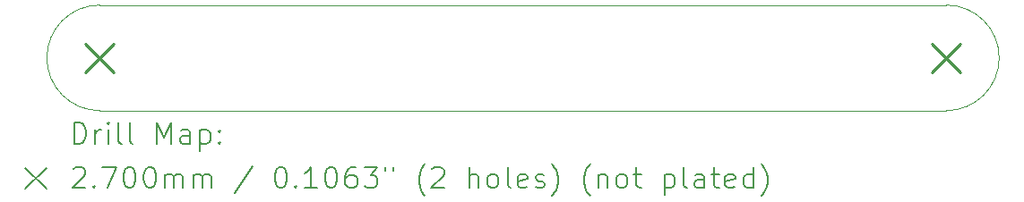
<source format=gbr>
%TF.GenerationSoftware,KiCad,Pcbnew,8.0.6*%
%TF.CreationDate,2025-04-03T21:43:30+02:00*%
%TF.ProjectId,UV-LEDs,55562d4c-4544-4732-9e6b-696361645f70,v1.0*%
%TF.SameCoordinates,Original*%
%TF.FileFunction,Drillmap*%
%TF.FilePolarity,Positive*%
%FSLAX45Y45*%
G04 Gerber Fmt 4.5, Leading zero omitted, Abs format (unit mm)*
G04 Created by KiCad (PCBNEW 8.0.6) date 2025-04-03 21:43:30*
%MOMM*%
%LPD*%
G01*
G04 APERTURE LIST*
%ADD10C,0.050000*%
%ADD11C,0.200000*%
%ADD12C,0.270000*%
G04 APERTURE END LIST*
D10*
X10500000Y-9900000D02*
X18500000Y-9900000D01*
X18500000Y-9900000D02*
G75*
G02*
X18500000Y-10900000I0J-500000D01*
G01*
X10500000Y-10900000D02*
G75*
G02*
X10500000Y-9900000I0J500000D01*
G01*
X18500000Y-10900000D02*
X10500000Y-10900000D01*
D11*
D12*
X10365000Y-10265000D02*
X10635000Y-10535000D01*
X10635000Y-10265000D02*
X10365000Y-10535000D01*
X18365000Y-10265000D02*
X18635000Y-10535000D01*
X18635000Y-10265000D02*
X18365000Y-10535000D01*
D11*
X10258277Y-11213984D02*
X10258277Y-11013984D01*
X10258277Y-11013984D02*
X10305896Y-11013984D01*
X10305896Y-11013984D02*
X10334467Y-11023508D01*
X10334467Y-11023508D02*
X10353515Y-11042555D01*
X10353515Y-11042555D02*
X10363039Y-11061603D01*
X10363039Y-11061603D02*
X10372563Y-11099698D01*
X10372563Y-11099698D02*
X10372563Y-11128270D01*
X10372563Y-11128270D02*
X10363039Y-11166365D01*
X10363039Y-11166365D02*
X10353515Y-11185412D01*
X10353515Y-11185412D02*
X10334467Y-11204460D01*
X10334467Y-11204460D02*
X10305896Y-11213984D01*
X10305896Y-11213984D02*
X10258277Y-11213984D01*
X10458277Y-11213984D02*
X10458277Y-11080650D01*
X10458277Y-11118746D02*
X10467801Y-11099698D01*
X10467801Y-11099698D02*
X10477324Y-11090174D01*
X10477324Y-11090174D02*
X10496372Y-11080650D01*
X10496372Y-11080650D02*
X10515420Y-11080650D01*
X10582086Y-11213984D02*
X10582086Y-11080650D01*
X10582086Y-11013984D02*
X10572563Y-11023508D01*
X10572563Y-11023508D02*
X10582086Y-11033031D01*
X10582086Y-11033031D02*
X10591610Y-11023508D01*
X10591610Y-11023508D02*
X10582086Y-11013984D01*
X10582086Y-11013984D02*
X10582086Y-11033031D01*
X10705896Y-11213984D02*
X10686848Y-11204460D01*
X10686848Y-11204460D02*
X10677324Y-11185412D01*
X10677324Y-11185412D02*
X10677324Y-11013984D01*
X10810658Y-11213984D02*
X10791610Y-11204460D01*
X10791610Y-11204460D02*
X10782086Y-11185412D01*
X10782086Y-11185412D02*
X10782086Y-11013984D01*
X11039229Y-11213984D02*
X11039229Y-11013984D01*
X11039229Y-11013984D02*
X11105896Y-11156841D01*
X11105896Y-11156841D02*
X11172563Y-11013984D01*
X11172563Y-11013984D02*
X11172563Y-11213984D01*
X11353515Y-11213984D02*
X11353515Y-11109222D01*
X11353515Y-11109222D02*
X11343991Y-11090174D01*
X11343991Y-11090174D02*
X11324943Y-11080650D01*
X11324943Y-11080650D02*
X11286848Y-11080650D01*
X11286848Y-11080650D02*
X11267801Y-11090174D01*
X11353515Y-11204460D02*
X11334467Y-11213984D01*
X11334467Y-11213984D02*
X11286848Y-11213984D01*
X11286848Y-11213984D02*
X11267801Y-11204460D01*
X11267801Y-11204460D02*
X11258277Y-11185412D01*
X11258277Y-11185412D02*
X11258277Y-11166365D01*
X11258277Y-11166365D02*
X11267801Y-11147317D01*
X11267801Y-11147317D02*
X11286848Y-11137793D01*
X11286848Y-11137793D02*
X11334467Y-11137793D01*
X11334467Y-11137793D02*
X11353515Y-11128270D01*
X11448753Y-11080650D02*
X11448753Y-11280650D01*
X11448753Y-11090174D02*
X11467801Y-11080650D01*
X11467801Y-11080650D02*
X11505896Y-11080650D01*
X11505896Y-11080650D02*
X11524943Y-11090174D01*
X11524943Y-11090174D02*
X11534467Y-11099698D01*
X11534467Y-11099698D02*
X11543991Y-11118746D01*
X11543991Y-11118746D02*
X11543991Y-11175889D01*
X11543991Y-11175889D02*
X11534467Y-11194936D01*
X11534467Y-11194936D02*
X11524943Y-11204460D01*
X11524943Y-11204460D02*
X11505896Y-11213984D01*
X11505896Y-11213984D02*
X11467801Y-11213984D01*
X11467801Y-11213984D02*
X11448753Y-11204460D01*
X11629705Y-11194936D02*
X11639229Y-11204460D01*
X11639229Y-11204460D02*
X11629705Y-11213984D01*
X11629705Y-11213984D02*
X11620182Y-11204460D01*
X11620182Y-11204460D02*
X11629705Y-11194936D01*
X11629705Y-11194936D02*
X11629705Y-11213984D01*
X11629705Y-11090174D02*
X11639229Y-11099698D01*
X11639229Y-11099698D02*
X11629705Y-11109222D01*
X11629705Y-11109222D02*
X11620182Y-11099698D01*
X11620182Y-11099698D02*
X11629705Y-11090174D01*
X11629705Y-11090174D02*
X11629705Y-11109222D01*
X9797500Y-11442500D02*
X9997500Y-11642500D01*
X9997500Y-11442500D02*
X9797500Y-11642500D01*
X10248753Y-11453031D02*
X10258277Y-11443508D01*
X10258277Y-11443508D02*
X10277324Y-11433984D01*
X10277324Y-11433984D02*
X10324944Y-11433984D01*
X10324944Y-11433984D02*
X10343991Y-11443508D01*
X10343991Y-11443508D02*
X10353515Y-11453031D01*
X10353515Y-11453031D02*
X10363039Y-11472079D01*
X10363039Y-11472079D02*
X10363039Y-11491127D01*
X10363039Y-11491127D02*
X10353515Y-11519698D01*
X10353515Y-11519698D02*
X10239229Y-11633984D01*
X10239229Y-11633984D02*
X10363039Y-11633984D01*
X10448753Y-11614936D02*
X10458277Y-11624460D01*
X10458277Y-11624460D02*
X10448753Y-11633984D01*
X10448753Y-11633984D02*
X10439229Y-11624460D01*
X10439229Y-11624460D02*
X10448753Y-11614936D01*
X10448753Y-11614936D02*
X10448753Y-11633984D01*
X10524944Y-11433984D02*
X10658277Y-11433984D01*
X10658277Y-11433984D02*
X10572563Y-11633984D01*
X10772563Y-11433984D02*
X10791610Y-11433984D01*
X10791610Y-11433984D02*
X10810658Y-11443508D01*
X10810658Y-11443508D02*
X10820182Y-11453031D01*
X10820182Y-11453031D02*
X10829705Y-11472079D01*
X10829705Y-11472079D02*
X10839229Y-11510174D01*
X10839229Y-11510174D02*
X10839229Y-11557793D01*
X10839229Y-11557793D02*
X10829705Y-11595888D01*
X10829705Y-11595888D02*
X10820182Y-11614936D01*
X10820182Y-11614936D02*
X10810658Y-11624460D01*
X10810658Y-11624460D02*
X10791610Y-11633984D01*
X10791610Y-11633984D02*
X10772563Y-11633984D01*
X10772563Y-11633984D02*
X10753515Y-11624460D01*
X10753515Y-11624460D02*
X10743991Y-11614936D01*
X10743991Y-11614936D02*
X10734467Y-11595888D01*
X10734467Y-11595888D02*
X10724944Y-11557793D01*
X10724944Y-11557793D02*
X10724944Y-11510174D01*
X10724944Y-11510174D02*
X10734467Y-11472079D01*
X10734467Y-11472079D02*
X10743991Y-11453031D01*
X10743991Y-11453031D02*
X10753515Y-11443508D01*
X10753515Y-11443508D02*
X10772563Y-11433984D01*
X10963039Y-11433984D02*
X10982086Y-11433984D01*
X10982086Y-11433984D02*
X11001134Y-11443508D01*
X11001134Y-11443508D02*
X11010658Y-11453031D01*
X11010658Y-11453031D02*
X11020182Y-11472079D01*
X11020182Y-11472079D02*
X11029705Y-11510174D01*
X11029705Y-11510174D02*
X11029705Y-11557793D01*
X11029705Y-11557793D02*
X11020182Y-11595888D01*
X11020182Y-11595888D02*
X11010658Y-11614936D01*
X11010658Y-11614936D02*
X11001134Y-11624460D01*
X11001134Y-11624460D02*
X10982086Y-11633984D01*
X10982086Y-11633984D02*
X10963039Y-11633984D01*
X10963039Y-11633984D02*
X10943991Y-11624460D01*
X10943991Y-11624460D02*
X10934467Y-11614936D01*
X10934467Y-11614936D02*
X10924944Y-11595888D01*
X10924944Y-11595888D02*
X10915420Y-11557793D01*
X10915420Y-11557793D02*
X10915420Y-11510174D01*
X10915420Y-11510174D02*
X10924944Y-11472079D01*
X10924944Y-11472079D02*
X10934467Y-11453031D01*
X10934467Y-11453031D02*
X10943991Y-11443508D01*
X10943991Y-11443508D02*
X10963039Y-11433984D01*
X11115420Y-11633984D02*
X11115420Y-11500650D01*
X11115420Y-11519698D02*
X11124944Y-11510174D01*
X11124944Y-11510174D02*
X11143991Y-11500650D01*
X11143991Y-11500650D02*
X11172563Y-11500650D01*
X11172563Y-11500650D02*
X11191610Y-11510174D01*
X11191610Y-11510174D02*
X11201134Y-11529222D01*
X11201134Y-11529222D02*
X11201134Y-11633984D01*
X11201134Y-11529222D02*
X11210658Y-11510174D01*
X11210658Y-11510174D02*
X11229705Y-11500650D01*
X11229705Y-11500650D02*
X11258277Y-11500650D01*
X11258277Y-11500650D02*
X11277324Y-11510174D01*
X11277324Y-11510174D02*
X11286848Y-11529222D01*
X11286848Y-11529222D02*
X11286848Y-11633984D01*
X11382086Y-11633984D02*
X11382086Y-11500650D01*
X11382086Y-11519698D02*
X11391610Y-11510174D01*
X11391610Y-11510174D02*
X11410658Y-11500650D01*
X11410658Y-11500650D02*
X11439229Y-11500650D01*
X11439229Y-11500650D02*
X11458277Y-11510174D01*
X11458277Y-11510174D02*
X11467801Y-11529222D01*
X11467801Y-11529222D02*
X11467801Y-11633984D01*
X11467801Y-11529222D02*
X11477324Y-11510174D01*
X11477324Y-11510174D02*
X11496372Y-11500650D01*
X11496372Y-11500650D02*
X11524943Y-11500650D01*
X11524943Y-11500650D02*
X11543991Y-11510174D01*
X11543991Y-11510174D02*
X11553515Y-11529222D01*
X11553515Y-11529222D02*
X11553515Y-11633984D01*
X11943991Y-11424460D02*
X11772563Y-11681603D01*
X12201134Y-11433984D02*
X12220182Y-11433984D01*
X12220182Y-11433984D02*
X12239229Y-11443508D01*
X12239229Y-11443508D02*
X12248753Y-11453031D01*
X12248753Y-11453031D02*
X12258277Y-11472079D01*
X12258277Y-11472079D02*
X12267801Y-11510174D01*
X12267801Y-11510174D02*
X12267801Y-11557793D01*
X12267801Y-11557793D02*
X12258277Y-11595888D01*
X12258277Y-11595888D02*
X12248753Y-11614936D01*
X12248753Y-11614936D02*
X12239229Y-11624460D01*
X12239229Y-11624460D02*
X12220182Y-11633984D01*
X12220182Y-11633984D02*
X12201134Y-11633984D01*
X12201134Y-11633984D02*
X12182086Y-11624460D01*
X12182086Y-11624460D02*
X12172563Y-11614936D01*
X12172563Y-11614936D02*
X12163039Y-11595888D01*
X12163039Y-11595888D02*
X12153515Y-11557793D01*
X12153515Y-11557793D02*
X12153515Y-11510174D01*
X12153515Y-11510174D02*
X12163039Y-11472079D01*
X12163039Y-11472079D02*
X12172563Y-11453031D01*
X12172563Y-11453031D02*
X12182086Y-11443508D01*
X12182086Y-11443508D02*
X12201134Y-11433984D01*
X12353515Y-11614936D02*
X12363039Y-11624460D01*
X12363039Y-11624460D02*
X12353515Y-11633984D01*
X12353515Y-11633984D02*
X12343991Y-11624460D01*
X12343991Y-11624460D02*
X12353515Y-11614936D01*
X12353515Y-11614936D02*
X12353515Y-11633984D01*
X12553515Y-11633984D02*
X12439229Y-11633984D01*
X12496372Y-11633984D02*
X12496372Y-11433984D01*
X12496372Y-11433984D02*
X12477325Y-11462555D01*
X12477325Y-11462555D02*
X12458277Y-11481603D01*
X12458277Y-11481603D02*
X12439229Y-11491127D01*
X12677325Y-11433984D02*
X12696372Y-11433984D01*
X12696372Y-11433984D02*
X12715420Y-11443508D01*
X12715420Y-11443508D02*
X12724944Y-11453031D01*
X12724944Y-11453031D02*
X12734467Y-11472079D01*
X12734467Y-11472079D02*
X12743991Y-11510174D01*
X12743991Y-11510174D02*
X12743991Y-11557793D01*
X12743991Y-11557793D02*
X12734467Y-11595888D01*
X12734467Y-11595888D02*
X12724944Y-11614936D01*
X12724944Y-11614936D02*
X12715420Y-11624460D01*
X12715420Y-11624460D02*
X12696372Y-11633984D01*
X12696372Y-11633984D02*
X12677325Y-11633984D01*
X12677325Y-11633984D02*
X12658277Y-11624460D01*
X12658277Y-11624460D02*
X12648753Y-11614936D01*
X12648753Y-11614936D02*
X12639229Y-11595888D01*
X12639229Y-11595888D02*
X12629706Y-11557793D01*
X12629706Y-11557793D02*
X12629706Y-11510174D01*
X12629706Y-11510174D02*
X12639229Y-11472079D01*
X12639229Y-11472079D02*
X12648753Y-11453031D01*
X12648753Y-11453031D02*
X12658277Y-11443508D01*
X12658277Y-11443508D02*
X12677325Y-11433984D01*
X12915420Y-11433984D02*
X12877325Y-11433984D01*
X12877325Y-11433984D02*
X12858277Y-11443508D01*
X12858277Y-11443508D02*
X12848753Y-11453031D01*
X12848753Y-11453031D02*
X12829706Y-11481603D01*
X12829706Y-11481603D02*
X12820182Y-11519698D01*
X12820182Y-11519698D02*
X12820182Y-11595888D01*
X12820182Y-11595888D02*
X12829706Y-11614936D01*
X12829706Y-11614936D02*
X12839229Y-11624460D01*
X12839229Y-11624460D02*
X12858277Y-11633984D01*
X12858277Y-11633984D02*
X12896372Y-11633984D01*
X12896372Y-11633984D02*
X12915420Y-11624460D01*
X12915420Y-11624460D02*
X12924944Y-11614936D01*
X12924944Y-11614936D02*
X12934467Y-11595888D01*
X12934467Y-11595888D02*
X12934467Y-11548269D01*
X12934467Y-11548269D02*
X12924944Y-11529222D01*
X12924944Y-11529222D02*
X12915420Y-11519698D01*
X12915420Y-11519698D02*
X12896372Y-11510174D01*
X12896372Y-11510174D02*
X12858277Y-11510174D01*
X12858277Y-11510174D02*
X12839229Y-11519698D01*
X12839229Y-11519698D02*
X12829706Y-11529222D01*
X12829706Y-11529222D02*
X12820182Y-11548269D01*
X13001134Y-11433984D02*
X13124944Y-11433984D01*
X13124944Y-11433984D02*
X13058277Y-11510174D01*
X13058277Y-11510174D02*
X13086848Y-11510174D01*
X13086848Y-11510174D02*
X13105896Y-11519698D01*
X13105896Y-11519698D02*
X13115420Y-11529222D01*
X13115420Y-11529222D02*
X13124944Y-11548269D01*
X13124944Y-11548269D02*
X13124944Y-11595888D01*
X13124944Y-11595888D02*
X13115420Y-11614936D01*
X13115420Y-11614936D02*
X13105896Y-11624460D01*
X13105896Y-11624460D02*
X13086848Y-11633984D01*
X13086848Y-11633984D02*
X13029706Y-11633984D01*
X13029706Y-11633984D02*
X13010658Y-11624460D01*
X13010658Y-11624460D02*
X13001134Y-11614936D01*
X13201134Y-11433984D02*
X13201134Y-11472079D01*
X13277325Y-11433984D02*
X13277325Y-11472079D01*
X13572563Y-11710174D02*
X13563039Y-11700650D01*
X13563039Y-11700650D02*
X13543991Y-11672079D01*
X13543991Y-11672079D02*
X13534468Y-11653031D01*
X13534468Y-11653031D02*
X13524944Y-11624460D01*
X13524944Y-11624460D02*
X13515420Y-11576841D01*
X13515420Y-11576841D02*
X13515420Y-11538746D01*
X13515420Y-11538746D02*
X13524944Y-11491127D01*
X13524944Y-11491127D02*
X13534468Y-11462555D01*
X13534468Y-11462555D02*
X13543991Y-11443508D01*
X13543991Y-11443508D02*
X13563039Y-11414936D01*
X13563039Y-11414936D02*
X13572563Y-11405412D01*
X13639229Y-11453031D02*
X13648753Y-11443508D01*
X13648753Y-11443508D02*
X13667801Y-11433984D01*
X13667801Y-11433984D02*
X13715420Y-11433984D01*
X13715420Y-11433984D02*
X13734468Y-11443508D01*
X13734468Y-11443508D02*
X13743991Y-11453031D01*
X13743991Y-11453031D02*
X13753515Y-11472079D01*
X13753515Y-11472079D02*
X13753515Y-11491127D01*
X13753515Y-11491127D02*
X13743991Y-11519698D01*
X13743991Y-11519698D02*
X13629706Y-11633984D01*
X13629706Y-11633984D02*
X13753515Y-11633984D01*
X13991610Y-11633984D02*
X13991610Y-11433984D01*
X14077325Y-11633984D02*
X14077325Y-11529222D01*
X14077325Y-11529222D02*
X14067801Y-11510174D01*
X14067801Y-11510174D02*
X14048753Y-11500650D01*
X14048753Y-11500650D02*
X14020182Y-11500650D01*
X14020182Y-11500650D02*
X14001134Y-11510174D01*
X14001134Y-11510174D02*
X13991610Y-11519698D01*
X14201134Y-11633984D02*
X14182087Y-11624460D01*
X14182087Y-11624460D02*
X14172563Y-11614936D01*
X14172563Y-11614936D02*
X14163039Y-11595888D01*
X14163039Y-11595888D02*
X14163039Y-11538746D01*
X14163039Y-11538746D02*
X14172563Y-11519698D01*
X14172563Y-11519698D02*
X14182087Y-11510174D01*
X14182087Y-11510174D02*
X14201134Y-11500650D01*
X14201134Y-11500650D02*
X14229706Y-11500650D01*
X14229706Y-11500650D02*
X14248753Y-11510174D01*
X14248753Y-11510174D02*
X14258277Y-11519698D01*
X14258277Y-11519698D02*
X14267801Y-11538746D01*
X14267801Y-11538746D02*
X14267801Y-11595888D01*
X14267801Y-11595888D02*
X14258277Y-11614936D01*
X14258277Y-11614936D02*
X14248753Y-11624460D01*
X14248753Y-11624460D02*
X14229706Y-11633984D01*
X14229706Y-11633984D02*
X14201134Y-11633984D01*
X14382087Y-11633984D02*
X14363039Y-11624460D01*
X14363039Y-11624460D02*
X14353515Y-11605412D01*
X14353515Y-11605412D02*
X14353515Y-11433984D01*
X14534468Y-11624460D02*
X14515420Y-11633984D01*
X14515420Y-11633984D02*
X14477325Y-11633984D01*
X14477325Y-11633984D02*
X14458277Y-11624460D01*
X14458277Y-11624460D02*
X14448753Y-11605412D01*
X14448753Y-11605412D02*
X14448753Y-11529222D01*
X14448753Y-11529222D02*
X14458277Y-11510174D01*
X14458277Y-11510174D02*
X14477325Y-11500650D01*
X14477325Y-11500650D02*
X14515420Y-11500650D01*
X14515420Y-11500650D02*
X14534468Y-11510174D01*
X14534468Y-11510174D02*
X14543991Y-11529222D01*
X14543991Y-11529222D02*
X14543991Y-11548269D01*
X14543991Y-11548269D02*
X14448753Y-11567317D01*
X14620182Y-11624460D02*
X14639230Y-11633984D01*
X14639230Y-11633984D02*
X14677325Y-11633984D01*
X14677325Y-11633984D02*
X14696372Y-11624460D01*
X14696372Y-11624460D02*
X14705896Y-11605412D01*
X14705896Y-11605412D02*
X14705896Y-11595888D01*
X14705896Y-11595888D02*
X14696372Y-11576841D01*
X14696372Y-11576841D02*
X14677325Y-11567317D01*
X14677325Y-11567317D02*
X14648753Y-11567317D01*
X14648753Y-11567317D02*
X14629706Y-11557793D01*
X14629706Y-11557793D02*
X14620182Y-11538746D01*
X14620182Y-11538746D02*
X14620182Y-11529222D01*
X14620182Y-11529222D02*
X14629706Y-11510174D01*
X14629706Y-11510174D02*
X14648753Y-11500650D01*
X14648753Y-11500650D02*
X14677325Y-11500650D01*
X14677325Y-11500650D02*
X14696372Y-11510174D01*
X14772563Y-11710174D02*
X14782087Y-11700650D01*
X14782087Y-11700650D02*
X14801134Y-11672079D01*
X14801134Y-11672079D02*
X14810658Y-11653031D01*
X14810658Y-11653031D02*
X14820182Y-11624460D01*
X14820182Y-11624460D02*
X14829706Y-11576841D01*
X14829706Y-11576841D02*
X14829706Y-11538746D01*
X14829706Y-11538746D02*
X14820182Y-11491127D01*
X14820182Y-11491127D02*
X14810658Y-11462555D01*
X14810658Y-11462555D02*
X14801134Y-11443508D01*
X14801134Y-11443508D02*
X14782087Y-11414936D01*
X14782087Y-11414936D02*
X14772563Y-11405412D01*
X15134468Y-11710174D02*
X15124944Y-11700650D01*
X15124944Y-11700650D02*
X15105896Y-11672079D01*
X15105896Y-11672079D02*
X15096372Y-11653031D01*
X15096372Y-11653031D02*
X15086849Y-11624460D01*
X15086849Y-11624460D02*
X15077325Y-11576841D01*
X15077325Y-11576841D02*
X15077325Y-11538746D01*
X15077325Y-11538746D02*
X15086849Y-11491127D01*
X15086849Y-11491127D02*
X15096372Y-11462555D01*
X15096372Y-11462555D02*
X15105896Y-11443508D01*
X15105896Y-11443508D02*
X15124944Y-11414936D01*
X15124944Y-11414936D02*
X15134468Y-11405412D01*
X15210658Y-11500650D02*
X15210658Y-11633984D01*
X15210658Y-11519698D02*
X15220182Y-11510174D01*
X15220182Y-11510174D02*
X15239230Y-11500650D01*
X15239230Y-11500650D02*
X15267801Y-11500650D01*
X15267801Y-11500650D02*
X15286849Y-11510174D01*
X15286849Y-11510174D02*
X15296372Y-11529222D01*
X15296372Y-11529222D02*
X15296372Y-11633984D01*
X15420182Y-11633984D02*
X15401134Y-11624460D01*
X15401134Y-11624460D02*
X15391611Y-11614936D01*
X15391611Y-11614936D02*
X15382087Y-11595888D01*
X15382087Y-11595888D02*
X15382087Y-11538746D01*
X15382087Y-11538746D02*
X15391611Y-11519698D01*
X15391611Y-11519698D02*
X15401134Y-11510174D01*
X15401134Y-11510174D02*
X15420182Y-11500650D01*
X15420182Y-11500650D02*
X15448753Y-11500650D01*
X15448753Y-11500650D02*
X15467801Y-11510174D01*
X15467801Y-11510174D02*
X15477325Y-11519698D01*
X15477325Y-11519698D02*
X15486849Y-11538746D01*
X15486849Y-11538746D02*
X15486849Y-11595888D01*
X15486849Y-11595888D02*
X15477325Y-11614936D01*
X15477325Y-11614936D02*
X15467801Y-11624460D01*
X15467801Y-11624460D02*
X15448753Y-11633984D01*
X15448753Y-11633984D02*
X15420182Y-11633984D01*
X15543992Y-11500650D02*
X15620182Y-11500650D01*
X15572563Y-11433984D02*
X15572563Y-11605412D01*
X15572563Y-11605412D02*
X15582087Y-11624460D01*
X15582087Y-11624460D02*
X15601134Y-11633984D01*
X15601134Y-11633984D02*
X15620182Y-11633984D01*
X15839230Y-11500650D02*
X15839230Y-11700650D01*
X15839230Y-11510174D02*
X15858277Y-11500650D01*
X15858277Y-11500650D02*
X15896373Y-11500650D01*
X15896373Y-11500650D02*
X15915420Y-11510174D01*
X15915420Y-11510174D02*
X15924944Y-11519698D01*
X15924944Y-11519698D02*
X15934468Y-11538746D01*
X15934468Y-11538746D02*
X15934468Y-11595888D01*
X15934468Y-11595888D02*
X15924944Y-11614936D01*
X15924944Y-11614936D02*
X15915420Y-11624460D01*
X15915420Y-11624460D02*
X15896373Y-11633984D01*
X15896373Y-11633984D02*
X15858277Y-11633984D01*
X15858277Y-11633984D02*
X15839230Y-11624460D01*
X16048753Y-11633984D02*
X16029706Y-11624460D01*
X16029706Y-11624460D02*
X16020182Y-11605412D01*
X16020182Y-11605412D02*
X16020182Y-11433984D01*
X16210658Y-11633984D02*
X16210658Y-11529222D01*
X16210658Y-11529222D02*
X16201134Y-11510174D01*
X16201134Y-11510174D02*
X16182087Y-11500650D01*
X16182087Y-11500650D02*
X16143992Y-11500650D01*
X16143992Y-11500650D02*
X16124944Y-11510174D01*
X16210658Y-11624460D02*
X16191611Y-11633984D01*
X16191611Y-11633984D02*
X16143992Y-11633984D01*
X16143992Y-11633984D02*
X16124944Y-11624460D01*
X16124944Y-11624460D02*
X16115420Y-11605412D01*
X16115420Y-11605412D02*
X16115420Y-11586365D01*
X16115420Y-11586365D02*
X16124944Y-11567317D01*
X16124944Y-11567317D02*
X16143992Y-11557793D01*
X16143992Y-11557793D02*
X16191611Y-11557793D01*
X16191611Y-11557793D02*
X16210658Y-11548269D01*
X16277325Y-11500650D02*
X16353515Y-11500650D01*
X16305896Y-11433984D02*
X16305896Y-11605412D01*
X16305896Y-11605412D02*
X16315420Y-11624460D01*
X16315420Y-11624460D02*
X16334468Y-11633984D01*
X16334468Y-11633984D02*
X16353515Y-11633984D01*
X16496373Y-11624460D02*
X16477325Y-11633984D01*
X16477325Y-11633984D02*
X16439230Y-11633984D01*
X16439230Y-11633984D02*
X16420182Y-11624460D01*
X16420182Y-11624460D02*
X16410658Y-11605412D01*
X16410658Y-11605412D02*
X16410658Y-11529222D01*
X16410658Y-11529222D02*
X16420182Y-11510174D01*
X16420182Y-11510174D02*
X16439230Y-11500650D01*
X16439230Y-11500650D02*
X16477325Y-11500650D01*
X16477325Y-11500650D02*
X16496373Y-11510174D01*
X16496373Y-11510174D02*
X16505896Y-11529222D01*
X16505896Y-11529222D02*
X16505896Y-11548269D01*
X16505896Y-11548269D02*
X16410658Y-11567317D01*
X16677325Y-11633984D02*
X16677325Y-11433984D01*
X16677325Y-11624460D02*
X16658277Y-11633984D01*
X16658277Y-11633984D02*
X16620182Y-11633984D01*
X16620182Y-11633984D02*
X16601134Y-11624460D01*
X16601134Y-11624460D02*
X16591611Y-11614936D01*
X16591611Y-11614936D02*
X16582087Y-11595888D01*
X16582087Y-11595888D02*
X16582087Y-11538746D01*
X16582087Y-11538746D02*
X16591611Y-11519698D01*
X16591611Y-11519698D02*
X16601134Y-11510174D01*
X16601134Y-11510174D02*
X16620182Y-11500650D01*
X16620182Y-11500650D02*
X16658277Y-11500650D01*
X16658277Y-11500650D02*
X16677325Y-11510174D01*
X16753515Y-11710174D02*
X16763039Y-11700650D01*
X16763039Y-11700650D02*
X16782087Y-11672079D01*
X16782087Y-11672079D02*
X16791611Y-11653031D01*
X16791611Y-11653031D02*
X16801135Y-11624460D01*
X16801135Y-11624460D02*
X16810658Y-11576841D01*
X16810658Y-11576841D02*
X16810658Y-11538746D01*
X16810658Y-11538746D02*
X16801135Y-11491127D01*
X16801135Y-11491127D02*
X16791611Y-11462555D01*
X16791611Y-11462555D02*
X16782087Y-11443508D01*
X16782087Y-11443508D02*
X16763039Y-11414936D01*
X16763039Y-11414936D02*
X16753515Y-11405412D01*
M02*

</source>
